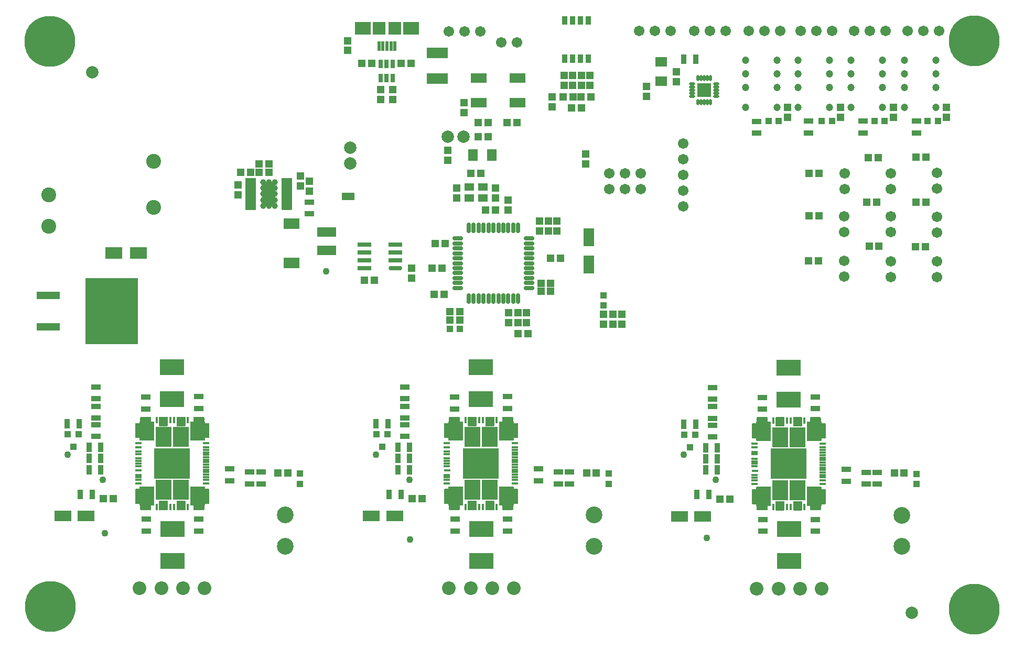
<source format=gts>
G04 Layer_Color=8388736*
%FSLAX44Y44*%
%MOMM*%
G71*
G01*
G75*
%ADD28C,1.1000*%
%ADD47C,1.0000*%
%ADD72R,1.5032X0.9032*%
%ADD73R,0.9632X1.4532*%
%ADD74R,1.0032X1.1032*%
%ADD75R,0.9032X1.5032*%
%ADD76R,1.1532X1.2032*%
%ADD77R,2.7032X1.8032*%
%ADD78R,3.9032X2.6532*%
%ADD79R,2.3032X2.3032*%
%ADD80O,1.0032X0.4532*%
%ADD81O,0.4532X1.0032*%
%ADD82R,1.2032X1.1532*%
%ADD83R,1.0032X1.0032*%
%ADD84R,1.8032X3.0032*%
%ADD85O,1.7032X0.7532*%
%ADD86O,0.7532X1.7032*%
%ADD87R,1.6032X1.9032*%
%ADD88R,1.0032X1.2032*%
%ADD89R,3.1532X1.6032*%
%ADD90R,2.6032X1.7032*%
%ADD91R,2.1000X3.7000*%
%ADD92R,1.7032X0.6532*%
G04:AMPARAMS|DCode=93|XSize=0.6532mm|YSize=1.7032mm|CornerRadius=0.2141mm|HoleSize=0mm|Usage=FLASHONLY|Rotation=270.000|XOffset=0mm|YOffset=0mm|HoleType=Round|Shape=RoundedRectangle|*
%AMROUNDEDRECTD93*
21,1,0.6532,1.2750,0,0,270.0*
21,1,0.2250,1.7032,0,0,270.0*
1,1,0.4282,-0.6375,-0.1125*
1,1,0.4282,-0.6375,0.1125*
1,1,0.4282,0.6375,0.1125*
1,1,0.4282,0.6375,-0.1125*
%
%ADD93ROUNDEDRECTD93*%
%ADD94R,8.5832X10.6932*%
%ADD95R,3.7072X1.2192*%
%ADD96R,2.7032X1.9032*%
%ADD97R,1.0032X1.0032*%
%ADD98R,1.9032X1.6032*%
%ADD99R,0.6032X1.6032*%
%ADD100R,2.0032X2.1032*%
%ADD101R,2.5032X2.1032*%
%ADD102R,2.1832X0.7332*%
%ADD103O,2.1832X0.7332*%
%ADD104R,0.9832X0.4032*%
%ADD105R,0.4032X0.9832*%
%ADD106R,5.8032X5.0032*%
%ADD107R,2.6032X3.3032*%
%ADD108R,2.5032X1.6032*%
%ADD109R,1.5032X1.2032*%
%ADD110R,3.4032X1.7032*%
%ADD111C,2.0000*%
%ADD112R,0.8032X1.4032*%
%ADD113C,2.0032*%
%ADD114C,1.7032*%
%ADD115C,8.2032*%
%ADD116C,2.7032*%
%ADD117C,2.2032*%
%ADD118C,2.4032*%
%ADD119C,1.2032*%
%ADD120C,1.0032*%
%ADD121C,0.8032*%
G36*
X298633Y244410D02*
X298764Y244384D01*
X298890Y244341D01*
X299009Y244282D01*
X299120Y244208D01*
X299220Y244120D01*
X299308Y244020D01*
X299382Y243909D01*
X299441Y243790D01*
X299483Y243664D01*
X299509Y243533D01*
X299518Y243400D01*
Y240518D01*
X305200Y240518D01*
X305333Y240509D01*
X305464Y240483D01*
X305590Y240441D01*
X305709Y240382D01*
X305820Y240308D01*
X305920Y240220D01*
X306008Y240120D01*
X306082Y240009D01*
X306141Y239890D01*
X306183Y239764D01*
X306209Y239633D01*
X306218Y239500D01*
Y217200D01*
X306209Y217067D01*
X306183Y216936D01*
X306141Y216810D01*
X306082Y216691D01*
X306008Y216580D01*
X305920Y216480D01*
X305820Y216392D01*
X305709Y216318D01*
X305590Y216259D01*
X305464Y216217D01*
X305333Y216191D01*
X305200Y216182D01*
X299618D01*
Y214500D01*
X299609Y214367D01*
X299583Y214237D01*
X299541Y214110D01*
X299482Y213991D01*
X299408Y213880D01*
X299320Y213780D01*
X299220Y213692D01*
X299109Y213618D01*
X298990Y213559D01*
X298864Y213517D01*
X298733Y213491D01*
X298600Y213482D01*
X298418D01*
Y207200D01*
X298409Y207067D01*
X298384Y206936D01*
X298341Y206810D01*
X298282Y206691D01*
X298208Y206580D01*
X298120Y206480D01*
X298020Y206392D01*
X297909Y206318D01*
X297790Y206259D01*
X297663Y206217D01*
X297533Y206190D01*
X297400Y206182D01*
X282100D01*
X281967Y206190D01*
X281836Y206217D01*
X281710Y206259D01*
X281591Y206318D01*
X281480Y206392D01*
X281380Y206480D01*
X281292Y206580D01*
X281218Y206691D01*
X281159Y206810D01*
X281117Y206936D01*
X281091Y207067D01*
X281082Y207200D01*
Y213482D01*
X276600D01*
X276467Y213491D01*
X276336Y213517D01*
X276210Y213559D01*
X276091Y213618D01*
X275980Y213692D01*
X275880Y213780D01*
X275792Y213880D01*
X275718Y213991D01*
X275659Y214110D01*
X275616Y214237D01*
X275590Y214367D01*
X275582Y214500D01*
Y243400D01*
X275590Y243533D01*
X275616Y243664D01*
X275659Y243790D01*
X275718Y243909D01*
X275792Y244020D01*
X275880Y244120D01*
X275980Y244208D01*
X276091Y244282D01*
X276210Y244341D01*
X276336Y244384D01*
X276467Y244410D01*
X276600Y244418D01*
X298500D01*
X298633Y244410D01*
D02*
G37*
G36*
X797293Y244410D02*
X797423Y244384D01*
X797550Y244341D01*
X797669Y244282D01*
X797780Y244208D01*
X797880Y244120D01*
X797968Y244020D01*
X798042Y243909D01*
X798101Y243790D01*
X798143Y243664D01*
X798169Y243533D01*
X798178Y243400D01*
Y240518D01*
X803860Y240518D01*
X803993Y240509D01*
X804124Y240483D01*
X804250Y240441D01*
X804369Y240382D01*
X804480Y240308D01*
X804580Y240220D01*
X804668Y240120D01*
X804742Y240009D01*
X804801Y239890D01*
X804843Y239764D01*
X804869Y239633D01*
X804878Y239500D01*
Y217200D01*
X804869Y217067D01*
X804843Y216936D01*
X804801Y216810D01*
X804742Y216691D01*
X804668Y216580D01*
X804580Y216480D01*
X804480Y216392D01*
X804369Y216318D01*
X804250Y216259D01*
X804124Y216217D01*
X803993Y216190D01*
X803860Y216182D01*
X798278D01*
Y214500D01*
X798269Y214367D01*
X798243Y214237D01*
X798201Y214110D01*
X798142Y213991D01*
X798068Y213880D01*
X797980Y213780D01*
X797880Y213692D01*
X797769Y213618D01*
X797650Y213559D01*
X797523Y213517D01*
X797393Y213491D01*
X797260Y213482D01*
X797078D01*
Y207200D01*
X797069Y207067D01*
X797043Y206936D01*
X797001Y206810D01*
X796942Y206691D01*
X796868Y206580D01*
X796780Y206480D01*
X796680Y206392D01*
X796569Y206318D01*
X796450Y206259D01*
X796323Y206217D01*
X796193Y206190D01*
X796060Y206182D01*
X780760D01*
X780627Y206190D01*
X780496Y206217D01*
X780370Y206259D01*
X780251Y206318D01*
X780140Y206392D01*
X780040Y206480D01*
X779952Y206580D01*
X779878Y206691D01*
X779819Y206810D01*
X779777Y206936D01*
X779751Y207067D01*
X779742Y207200D01*
Y213482D01*
X775260D01*
X775127Y213491D01*
X774996Y213517D01*
X774870Y213559D01*
X774751Y213618D01*
X774640Y213692D01*
X774540Y213780D01*
X774452Y213880D01*
X774378Y213991D01*
X774319Y214110D01*
X774277Y214237D01*
X774250Y214367D01*
X774242Y214500D01*
Y243400D01*
X774250Y243533D01*
X774277Y243664D01*
X774319Y243790D01*
X774378Y243909D01*
X774452Y244020D01*
X774540Y244120D01*
X774640Y244208D01*
X774751Y244282D01*
X774870Y244341D01*
X774996Y244384D01*
X775127Y244410D01*
X775260Y244418D01*
X797160D01*
X797293Y244410D01*
D02*
G37*
G36*
X267333Y221110D02*
X267463Y221084D01*
X267590Y221041D01*
X267709Y220982D01*
X267820Y220908D01*
X267920Y220820D01*
X268008Y220720D01*
X268082Y220609D01*
X268141Y220490D01*
X268183Y220364D01*
X268209Y220233D01*
X268218Y220100D01*
Y207100D01*
X268209Y206967D01*
X268183Y206836D01*
X268141Y206710D01*
X268082Y206591D01*
X268008Y206480D01*
X267920Y206380D01*
X267820Y206292D01*
X267709Y206218D01*
X267590Y206159D01*
X267463Y206117D01*
X267333Y206091D01*
X267200Y206082D01*
X254600D01*
X254467Y206091D01*
X254336Y206117D01*
X254210Y206159D01*
X254091Y206218D01*
X253980Y206292D01*
X253880Y206380D01*
X253792Y206480D01*
X253718Y206591D01*
X253659Y206710D01*
X253617Y206836D01*
X253591Y206967D01*
X253582Y207100D01*
Y220100D01*
X253591Y220233D01*
X253617Y220364D01*
X253659Y220490D01*
X253718Y220609D01*
X253792Y220720D01*
X253880Y220820D01*
X253980Y220908D01*
X254091Y220982D01*
X254210Y221041D01*
X254336Y221084D01*
X254467Y221110D01*
X254600Y221118D01*
X267200D01*
X267333Y221110D01*
D02*
G37*
G36*
X216933Y244410D02*
X217064Y244384D01*
X217190Y244341D01*
X217309Y244282D01*
X217420Y244208D01*
X217520Y244120D01*
X217608Y244020D01*
X217682Y243909D01*
X217741Y243790D01*
X217784Y243664D01*
X217810Y243533D01*
X217818Y243400D01*
Y214500D01*
X217810Y214367D01*
X217784Y214237D01*
X217741Y214110D01*
X217682Y213991D01*
X217608Y213880D01*
X217520Y213780D01*
X217420Y213692D01*
X217309Y213618D01*
X217190Y213559D01*
X217064Y213517D01*
X216933Y213491D01*
X216800Y213482D01*
X212318D01*
Y207200D01*
X212309Y207067D01*
X212283Y206936D01*
X212241Y206810D01*
X212182Y206691D01*
X212108Y206580D01*
X212020Y206480D01*
X211920Y206392D01*
X211809Y206318D01*
X211690Y206259D01*
X211563Y206217D01*
X211433Y206190D01*
X211300Y206182D01*
X196000D01*
X195867Y206190D01*
X195737Y206217D01*
X195610Y206259D01*
X195491Y206318D01*
X195380Y206392D01*
X195280Y206480D01*
X195192Y206580D01*
X195118Y206691D01*
X195059Y206810D01*
X195016Y206936D01*
X194991Y207067D01*
X194982Y207200D01*
Y213482D01*
X194800D01*
X194667Y213491D01*
X194536Y213517D01*
X194410Y213559D01*
X194291Y213618D01*
X194180Y213692D01*
X194080Y213780D01*
X193992Y213880D01*
X193918Y213991D01*
X193859Y214110D01*
X193817Y214237D01*
X193790Y214367D01*
X193782Y214500D01*
Y216182D01*
X188200Y216182D01*
X188067Y216191D01*
X187936Y216217D01*
X187810Y216259D01*
X187691Y216318D01*
X187580Y216392D01*
X187480Y216480D01*
X187392Y216580D01*
X187318Y216691D01*
X187259Y216810D01*
X187216Y216936D01*
X187190Y217067D01*
X187182Y217200D01*
Y239500D01*
X187190Y239633D01*
X187216Y239764D01*
X187259Y239890D01*
X187318Y240009D01*
X187392Y240120D01*
X187480Y240220D01*
X187580Y240308D01*
X187691Y240382D01*
X187810Y240441D01*
X187936Y240484D01*
X188067Y240510D01*
X188200Y240518D01*
X193882Y240518D01*
Y243400D01*
X193890Y243533D01*
X193916Y243664D01*
X193959Y243790D01*
X194018Y243909D01*
X194092Y244020D01*
X194180Y244120D01*
X194280Y244208D01*
X194391Y244282D01*
X194510Y244341D01*
X194636Y244384D01*
X194767Y244410D01*
X194900Y244418D01*
X216800D01*
X216933Y244410D01*
D02*
G37*
G36*
X715593Y244410D02*
X715723Y244384D01*
X715850Y244341D01*
X715969Y244282D01*
X716080Y244208D01*
X716180Y244120D01*
X716268Y244020D01*
X716342Y243909D01*
X716401Y243790D01*
X716443Y243664D01*
X716469Y243533D01*
X716478Y243400D01*
Y214500D01*
X716469Y214367D01*
X716443Y214237D01*
X716401Y214110D01*
X716342Y213991D01*
X716268Y213880D01*
X716180Y213780D01*
X716080Y213692D01*
X715969Y213618D01*
X715850Y213559D01*
X715723Y213517D01*
X715593Y213491D01*
X715460Y213482D01*
X710978D01*
Y207200D01*
X710969Y207067D01*
X710944Y206936D01*
X710901Y206810D01*
X710842Y206691D01*
X710768Y206580D01*
X710680Y206480D01*
X710580Y206392D01*
X710469Y206318D01*
X710350Y206259D01*
X710223Y206217D01*
X710093Y206190D01*
X709960Y206182D01*
X694660D01*
X694527Y206190D01*
X694397Y206217D01*
X694270Y206259D01*
X694151Y206318D01*
X694040Y206392D01*
X693940Y206480D01*
X693852Y206580D01*
X693778Y206691D01*
X693719Y206810D01*
X693677Y206936D01*
X693651Y207067D01*
X693642Y207200D01*
Y213482D01*
X693460D01*
X693327Y213491D01*
X693196Y213517D01*
X693070Y213559D01*
X692951Y213618D01*
X692840Y213692D01*
X692740Y213780D01*
X692652Y213880D01*
X692578Y213991D01*
X692519Y214110D01*
X692477Y214237D01*
X692450Y214367D01*
X692442Y214500D01*
Y216182D01*
X686860Y216182D01*
X686727Y216191D01*
X686596Y216217D01*
X686470Y216259D01*
X686351Y216318D01*
X686240Y216392D01*
X686140Y216480D01*
X686052Y216580D01*
X685978Y216691D01*
X685919Y216810D01*
X685876Y216936D01*
X685851Y217067D01*
X685842Y217200D01*
Y239500D01*
X685851Y239633D01*
X685876Y239764D01*
X685919Y239890D01*
X685978Y240009D01*
X686052Y240120D01*
X686140Y240220D01*
X686240Y240308D01*
X686351Y240382D01*
X686470Y240441D01*
X686596Y240484D01*
X686727Y240510D01*
X686860Y240518D01*
X692542Y240518D01*
Y243400D01*
X692551Y243533D01*
X692577Y243664D01*
X692619Y243790D01*
X692678Y243909D01*
X692752Y244020D01*
X692840Y244120D01*
X692940Y244208D01*
X693051Y244282D01*
X693170Y244341D01*
X693297Y244384D01*
X693427Y244410D01*
X693560Y244418D01*
X715460D01*
X715593Y244410D01*
D02*
G37*
G36*
X1212593Y243909D02*
X1212723Y243883D01*
X1212850Y243841D01*
X1212969Y243782D01*
X1213080Y243708D01*
X1213180Y243620D01*
X1213268Y243520D01*
X1213342Y243409D01*
X1213401Y243290D01*
X1213444Y243164D01*
X1213469Y243033D01*
X1213478Y242900D01*
Y214000D01*
X1213469Y213867D01*
X1213444Y213736D01*
X1213401Y213610D01*
X1213342Y213491D01*
X1213268Y213380D01*
X1213180Y213280D01*
X1213080Y213192D01*
X1212969Y213118D01*
X1212850Y213059D01*
X1212723Y213016D01*
X1212593Y212990D01*
X1212460Y212982D01*
X1207978D01*
Y206700D01*
X1207970Y206567D01*
X1207943Y206437D01*
X1207901Y206310D01*
X1207842Y206191D01*
X1207768Y206080D01*
X1207680Y205980D01*
X1207580Y205892D01*
X1207469Y205818D01*
X1207350Y205759D01*
X1207224Y205716D01*
X1207093Y205690D01*
X1206960Y205682D01*
X1191660D01*
X1191527Y205690D01*
X1191396Y205716D01*
X1191270Y205759D01*
X1191151Y205818D01*
X1191040Y205892D01*
X1190940Y205980D01*
X1190852Y206080D01*
X1190778Y206191D01*
X1190719Y206310D01*
X1190676Y206437D01*
X1190650Y206567D01*
X1190642Y206700D01*
Y212982D01*
X1190460D01*
X1190327Y212990D01*
X1190197Y213016D01*
X1190070Y213059D01*
X1189951Y213118D01*
X1189840Y213192D01*
X1189740Y213280D01*
X1189652Y213380D01*
X1189578Y213491D01*
X1189519Y213610D01*
X1189476Y213736D01*
X1189451Y213867D01*
X1189442Y214000D01*
Y215682D01*
X1183860Y215682D01*
X1183727Y215691D01*
X1183596Y215717D01*
X1183470Y215759D01*
X1183351Y215818D01*
X1183240Y215892D01*
X1183140Y215980D01*
X1183052Y216080D01*
X1182978Y216191D01*
X1182919Y216310D01*
X1182877Y216437D01*
X1182850Y216567D01*
X1182842Y216700D01*
Y239000D01*
X1182850Y239133D01*
X1182877Y239264D01*
X1182919Y239390D01*
X1182978Y239509D01*
X1183052Y239620D01*
X1183140Y239720D01*
X1183240Y239808D01*
X1183351Y239882D01*
X1183470Y239941D01*
X1183596Y239984D01*
X1183727Y240010D01*
X1183860Y240018D01*
X1189542Y240018D01*
Y242900D01*
X1189550Y243033D01*
X1189576Y243164D01*
X1189619Y243290D01*
X1189678Y243409D01*
X1189752Y243520D01*
X1189840Y243620D01*
X1189940Y243708D01*
X1190051Y243782D01*
X1190170Y243841D01*
X1190296Y243883D01*
X1190427Y243909D01*
X1190560Y243918D01*
X1212460D01*
X1212593Y243909D01*
D02*
G37*
G36*
X1294293D02*
X1294424Y243883D01*
X1294550Y243841D01*
X1294669Y243782D01*
X1294780Y243708D01*
X1294880Y243620D01*
X1294968Y243520D01*
X1295042Y243409D01*
X1295101Y243290D01*
X1295143Y243164D01*
X1295169Y243033D01*
X1295178Y242900D01*
Y240018D01*
X1300860Y240018D01*
X1300993Y240009D01*
X1301124Y239984D01*
X1301250Y239941D01*
X1301369Y239882D01*
X1301480Y239808D01*
X1301580Y239720D01*
X1301668Y239620D01*
X1301742Y239509D01*
X1301801Y239390D01*
X1301843Y239264D01*
X1301869Y239133D01*
X1301878Y239000D01*
Y216700D01*
X1301869Y216567D01*
X1301843Y216437D01*
X1301801Y216310D01*
X1301742Y216191D01*
X1301668Y216080D01*
X1301580Y215980D01*
X1301480Y215892D01*
X1301369Y215818D01*
X1301250Y215759D01*
X1301124Y215716D01*
X1300993Y215690D01*
X1300860Y215682D01*
X1295278D01*
Y214000D01*
X1295269Y213867D01*
X1295243Y213736D01*
X1295201Y213610D01*
X1295142Y213491D01*
X1295068Y213380D01*
X1294980Y213280D01*
X1294880Y213192D01*
X1294769Y213118D01*
X1294650Y213059D01*
X1294523Y213016D01*
X1294393Y212990D01*
X1294260Y212982D01*
X1294078D01*
Y206700D01*
X1294069Y206567D01*
X1294043Y206437D01*
X1294001Y206310D01*
X1293942Y206191D01*
X1293868Y206080D01*
X1293780Y205980D01*
X1293680Y205892D01*
X1293569Y205818D01*
X1293450Y205759D01*
X1293324Y205716D01*
X1293193Y205690D01*
X1293060Y205682D01*
X1277760D01*
X1277627Y205690D01*
X1277496Y205716D01*
X1277370Y205759D01*
X1277251Y205818D01*
X1277140Y205892D01*
X1277040Y205980D01*
X1276952Y206080D01*
X1276878Y206191D01*
X1276819Y206310D01*
X1276777Y206437D01*
X1276750Y206567D01*
X1276742Y206700D01*
Y212982D01*
X1272260D01*
X1272127Y212990D01*
X1271996Y213016D01*
X1271870Y213059D01*
X1271751Y213118D01*
X1271640Y213192D01*
X1271540Y213280D01*
X1271452Y213380D01*
X1271378Y213491D01*
X1271319Y213610D01*
X1271276Y213736D01*
X1271251Y213867D01*
X1271242Y214000D01*
Y242900D01*
X1271251Y243033D01*
X1271276Y243164D01*
X1271319Y243290D01*
X1271378Y243409D01*
X1271452Y243520D01*
X1271540Y243620D01*
X1271640Y243708D01*
X1271751Y243782D01*
X1271870Y243841D01*
X1271996Y243883D01*
X1272127Y243909D01*
X1272260Y243918D01*
X1294160D01*
X1294293Y243909D01*
D02*
G37*
G36*
X1262993Y220609D02*
X1263123Y220583D01*
X1263250Y220541D01*
X1263369Y220482D01*
X1263480Y220408D01*
X1263580Y220320D01*
X1263668Y220220D01*
X1263742Y220109D01*
X1263801Y219990D01*
X1263843Y219863D01*
X1263869Y219733D01*
X1263878Y219600D01*
Y206600D01*
X1263869Y206467D01*
X1263843Y206336D01*
X1263801Y206210D01*
X1263742Y206091D01*
X1263668Y205980D01*
X1263580Y205880D01*
X1263480Y205792D01*
X1263369Y205718D01*
X1263250Y205659D01*
X1263123Y205616D01*
X1262993Y205590D01*
X1262860Y205582D01*
X1250260D01*
X1250127Y205590D01*
X1249996Y205616D01*
X1249870Y205659D01*
X1249751Y205718D01*
X1249640Y205792D01*
X1249540Y205880D01*
X1249452Y205980D01*
X1249378Y206091D01*
X1249319Y206210D01*
X1249277Y206336D01*
X1249250Y206467D01*
X1249242Y206600D01*
Y219600D01*
X1249250Y219733D01*
X1249277Y219863D01*
X1249319Y219990D01*
X1249378Y220109D01*
X1249452Y220220D01*
X1249540Y220320D01*
X1249640Y220408D01*
X1249751Y220482D01*
X1249870Y220541D01*
X1249996Y220583D01*
X1250127Y220609D01*
X1250260Y220618D01*
X1262860D01*
X1262993Y220609D01*
D02*
G37*
G36*
X1234593D02*
X1234724Y220583D01*
X1234850Y220541D01*
X1234969Y220482D01*
X1235080Y220408D01*
X1235180Y220320D01*
X1235268Y220220D01*
X1235342Y220109D01*
X1235401Y219990D01*
X1235443Y219863D01*
X1235469Y219733D01*
X1235478Y219600D01*
Y206600D01*
X1235469Y206467D01*
X1235443Y206336D01*
X1235401Y206210D01*
X1235342Y206091D01*
X1235268Y205980D01*
X1235180Y205880D01*
X1235080Y205792D01*
X1234969Y205718D01*
X1234850Y205659D01*
X1234724Y205616D01*
X1234593Y205590D01*
X1234460Y205582D01*
X1221860D01*
X1221727Y205590D01*
X1221597Y205616D01*
X1221470Y205659D01*
X1221351Y205718D01*
X1221240Y205792D01*
X1221140Y205880D01*
X1221052Y205980D01*
X1220978Y206091D01*
X1220919Y206210D01*
X1220876Y206336D01*
X1220851Y206467D01*
X1220842Y206600D01*
Y219600D01*
X1220851Y219733D01*
X1220876Y219863D01*
X1220919Y219990D01*
X1220978Y220109D01*
X1221052Y220220D01*
X1221140Y220320D01*
X1221240Y220408D01*
X1221351Y220482D01*
X1221470Y220541D01*
X1221597Y220583D01*
X1221727Y220609D01*
X1221860Y220618D01*
X1234460D01*
X1234593Y220609D01*
D02*
G37*
G36*
X238933Y221110D02*
X239063Y221084D01*
X239190Y221041D01*
X239309Y220982D01*
X239420Y220908D01*
X239520Y220820D01*
X239608Y220720D01*
X239682Y220609D01*
X239741Y220490D01*
X239783Y220364D01*
X239809Y220233D01*
X239818Y220100D01*
Y207100D01*
X239809Y206967D01*
X239783Y206836D01*
X239741Y206710D01*
X239682Y206591D01*
X239608Y206480D01*
X239520Y206380D01*
X239420Y206292D01*
X239309Y206218D01*
X239190Y206159D01*
X239063Y206117D01*
X238933Y206091D01*
X238800Y206082D01*
X226200D01*
X226067Y206091D01*
X225937Y206117D01*
X225810Y206159D01*
X225691Y206218D01*
X225580Y206292D01*
X225480Y206380D01*
X225392Y206480D01*
X225318Y206591D01*
X225259Y206710D01*
X225217Y206836D01*
X225191Y206967D01*
X225182Y207100D01*
Y220100D01*
X225191Y220233D01*
X225217Y220364D01*
X225259Y220490D01*
X225318Y220609D01*
X225392Y220720D01*
X225480Y220820D01*
X225580Y220908D01*
X225691Y220982D01*
X225810Y221041D01*
X225937Y221084D01*
X226067Y221110D01*
X226200Y221118D01*
X238800D01*
X238933Y221110D01*
D02*
G37*
G36*
X765993Y221110D02*
X766124Y221084D01*
X766250Y221041D01*
X766369Y220982D01*
X766480Y220908D01*
X766580Y220820D01*
X766668Y220720D01*
X766742Y220609D01*
X766801Y220490D01*
X766843Y220364D01*
X766869Y220233D01*
X766878Y220100D01*
Y207100D01*
X766869Y206967D01*
X766843Y206836D01*
X766801Y206710D01*
X766742Y206591D01*
X766668Y206480D01*
X766580Y206380D01*
X766480Y206292D01*
X766369Y206218D01*
X766250Y206159D01*
X766124Y206117D01*
X765993Y206091D01*
X765860Y206082D01*
X753260D01*
X753127Y206091D01*
X752997Y206117D01*
X752870Y206159D01*
X752751Y206218D01*
X752640Y206292D01*
X752540Y206380D01*
X752452Y206480D01*
X752378Y206591D01*
X752319Y206710D01*
X752277Y206836D01*
X752251Y206967D01*
X752242Y207100D01*
Y220100D01*
X752251Y220233D01*
X752277Y220364D01*
X752319Y220490D01*
X752378Y220609D01*
X752452Y220720D01*
X752540Y220820D01*
X752640Y220908D01*
X752751Y220982D01*
X752870Y221041D01*
X752997Y221084D01*
X753127Y221110D01*
X753260Y221118D01*
X765860D01*
X765993Y221110D01*
D02*
G37*
G36*
X737593D02*
X737723Y221084D01*
X737850Y221041D01*
X737969Y220982D01*
X738080Y220908D01*
X738180Y220820D01*
X738268Y220720D01*
X738342Y220609D01*
X738401Y220490D01*
X738444Y220364D01*
X738469Y220233D01*
X738478Y220100D01*
Y207100D01*
X738469Y206967D01*
X738444Y206836D01*
X738401Y206710D01*
X738342Y206591D01*
X738268Y206480D01*
X738180Y206380D01*
X738080Y206292D01*
X737969Y206218D01*
X737850Y206159D01*
X737723Y206117D01*
X737593Y206091D01*
X737460Y206082D01*
X724860D01*
X724727Y206091D01*
X724596Y206117D01*
X724470Y206159D01*
X724351Y206218D01*
X724240Y206292D01*
X724140Y206380D01*
X724052Y206480D01*
X723978Y206591D01*
X723919Y206710D01*
X723876Y206836D01*
X723850Y206967D01*
X723842Y207100D01*
Y220100D01*
X723850Y220233D01*
X723876Y220364D01*
X723919Y220490D01*
X723978Y220609D01*
X724052Y220720D01*
X724140Y220820D01*
X724240Y220908D01*
X724351Y220982D01*
X724470Y221041D01*
X724596Y221084D01*
X724727Y221110D01*
X724860Y221118D01*
X737460D01*
X737593Y221110D01*
D02*
G37*
G36*
X737593Y356909D02*
X737723Y356884D01*
X737850Y356841D01*
X737969Y356782D01*
X738080Y356708D01*
X738180Y356620D01*
X738268Y356520D01*
X738342Y356409D01*
X738401Y356290D01*
X738443Y356163D01*
X738469Y356033D01*
X738478Y355900D01*
Y342900D01*
X738469Y342767D01*
X738443Y342636D01*
X738401Y342510D01*
X738342Y342391D01*
X738268Y342280D01*
X738180Y342180D01*
X738080Y342092D01*
X737969Y342018D01*
X737850Y341959D01*
X737723Y341917D01*
X737593Y341890D01*
X737460Y341882D01*
X724860D01*
X724727Y341890D01*
X724596Y341917D01*
X724470Y341959D01*
X724351Y342018D01*
X724240Y342092D01*
X724140Y342180D01*
X724052Y342280D01*
X723978Y342391D01*
X723919Y342510D01*
X723876Y342636D01*
X723850Y342767D01*
X723842Y342900D01*
Y355900D01*
X723850Y356033D01*
X723876Y356163D01*
X723919Y356290D01*
X723978Y356409D01*
X724052Y356520D01*
X724140Y356620D01*
X724240Y356708D01*
X724351Y356782D01*
X724470Y356841D01*
X724596Y356884D01*
X724727Y356909D01*
X724860Y356918D01*
X737460D01*
X737593Y356909D01*
D02*
G37*
G36*
X1262993Y356409D02*
X1263123Y356384D01*
X1263250Y356341D01*
X1263369Y356282D01*
X1263480Y356208D01*
X1263580Y356120D01*
X1263668Y356020D01*
X1263742Y355909D01*
X1263801Y355790D01*
X1263843Y355663D01*
X1263869Y355533D01*
X1263878Y355400D01*
Y342400D01*
X1263869Y342267D01*
X1263843Y342136D01*
X1263801Y342010D01*
X1263742Y341891D01*
X1263668Y341780D01*
X1263580Y341680D01*
X1263480Y341592D01*
X1263369Y341518D01*
X1263250Y341459D01*
X1263123Y341417D01*
X1262993Y341390D01*
X1262860Y341382D01*
X1250260D01*
X1250127Y341390D01*
X1249996Y341417D01*
X1249870Y341459D01*
X1249751Y341518D01*
X1249640Y341592D01*
X1249540Y341680D01*
X1249452Y341780D01*
X1249378Y341891D01*
X1249319Y342010D01*
X1249277Y342136D01*
X1249250Y342267D01*
X1249242Y342400D01*
Y355400D01*
X1249250Y355533D01*
X1249277Y355663D01*
X1249319Y355790D01*
X1249378Y355909D01*
X1249452Y356020D01*
X1249540Y356120D01*
X1249640Y356208D01*
X1249751Y356282D01*
X1249870Y356341D01*
X1249996Y356384D01*
X1250127Y356409D01*
X1250260Y356418D01*
X1262860D01*
X1262993Y356409D01*
D02*
G37*
G36*
X1234593Y356409D02*
X1234724Y356384D01*
X1234850Y356341D01*
X1234969Y356282D01*
X1235080Y356208D01*
X1235180Y356120D01*
X1235268Y356020D01*
X1235342Y355909D01*
X1235401Y355790D01*
X1235443Y355663D01*
X1235469Y355533D01*
X1235478Y355400D01*
Y342400D01*
X1235469Y342267D01*
X1235443Y342136D01*
X1235401Y342010D01*
X1235342Y341891D01*
X1235268Y341780D01*
X1235180Y341680D01*
X1235080Y341592D01*
X1234969Y341518D01*
X1234850Y341459D01*
X1234724Y341417D01*
X1234593Y341390D01*
X1234460Y341382D01*
X1221860D01*
X1221727Y341390D01*
X1221596Y341417D01*
X1221470Y341459D01*
X1221351Y341518D01*
X1221240Y341592D01*
X1221140Y341680D01*
X1221052Y341780D01*
X1220978Y341891D01*
X1220919Y342010D01*
X1220876Y342136D01*
X1220851Y342267D01*
X1220842Y342400D01*
Y355400D01*
X1220851Y355533D01*
X1220876Y355663D01*
X1220919Y355790D01*
X1220978Y355909D01*
X1221052Y356020D01*
X1221140Y356120D01*
X1221240Y356208D01*
X1221351Y356282D01*
X1221470Y356341D01*
X1221596Y356384D01*
X1221727Y356409D01*
X1221860Y356418D01*
X1234460D01*
X1234593Y356409D01*
D02*
G37*
G36*
X267333Y356909D02*
X267463Y356884D01*
X267590Y356841D01*
X267709Y356782D01*
X267820Y356708D01*
X267920Y356620D01*
X268008Y356520D01*
X268082Y356409D01*
X268141Y356290D01*
X268183Y356163D01*
X268209Y356033D01*
X268218Y355900D01*
Y342900D01*
X268209Y342767D01*
X268183Y342636D01*
X268141Y342510D01*
X268082Y342391D01*
X268008Y342280D01*
X267920Y342180D01*
X267820Y342092D01*
X267709Y342018D01*
X267590Y341959D01*
X267463Y341917D01*
X267333Y341891D01*
X267200Y341882D01*
X254600D01*
X254467Y341891D01*
X254336Y341917D01*
X254210Y341959D01*
X254091Y342018D01*
X253980Y342092D01*
X253880Y342180D01*
X253792Y342280D01*
X253718Y342391D01*
X253659Y342510D01*
X253617Y342636D01*
X253591Y342767D01*
X253582Y342900D01*
Y355900D01*
X253591Y356033D01*
X253617Y356163D01*
X253659Y356290D01*
X253718Y356409D01*
X253792Y356520D01*
X253880Y356620D01*
X253980Y356708D01*
X254091Y356782D01*
X254210Y356841D01*
X254336Y356884D01*
X254467Y356909D01*
X254600Y356918D01*
X267200D01*
X267333Y356909D01*
D02*
G37*
G36*
X765993Y356909D02*
X766124Y356884D01*
X766250Y356841D01*
X766369Y356782D01*
X766480Y356708D01*
X766580Y356620D01*
X766668Y356520D01*
X766742Y356409D01*
X766801Y356290D01*
X766843Y356163D01*
X766869Y356033D01*
X766878Y355900D01*
Y342900D01*
X766869Y342767D01*
X766843Y342636D01*
X766801Y342510D01*
X766742Y342391D01*
X766668Y342280D01*
X766580Y342180D01*
X766480Y342092D01*
X766369Y342018D01*
X766250Y341959D01*
X766124Y341917D01*
X765993Y341890D01*
X765860Y341882D01*
X753260D01*
X753127Y341890D01*
X752997Y341917D01*
X752870Y341959D01*
X752751Y342018D01*
X752640Y342092D01*
X752540Y342180D01*
X752452Y342280D01*
X752378Y342391D01*
X752319Y342510D01*
X752277Y342636D01*
X752251Y342767D01*
X752242Y342900D01*
Y355900D01*
X752251Y356033D01*
X752277Y356163D01*
X752319Y356290D01*
X752378Y356409D01*
X752452Y356520D01*
X752540Y356620D01*
X752640Y356708D01*
X752751Y356782D01*
X752870Y356841D01*
X752997Y356884D01*
X753127Y356909D01*
X753260Y356918D01*
X765860D01*
X765993Y356909D01*
D02*
G37*
G36*
X238933D02*
X239063Y356884D01*
X239190Y356841D01*
X239309Y356782D01*
X239420Y356708D01*
X239520Y356620D01*
X239608Y356520D01*
X239682Y356409D01*
X239741Y356290D01*
X239783Y356163D01*
X239809Y356033D01*
X239818Y355900D01*
Y342900D01*
X239809Y342767D01*
X239783Y342636D01*
X239741Y342510D01*
X239682Y342391D01*
X239608Y342280D01*
X239520Y342180D01*
X239420Y342092D01*
X239309Y342018D01*
X239190Y341959D01*
X239063Y341917D01*
X238933Y341890D01*
X238800Y341882D01*
X226200D01*
X226067Y341890D01*
X225937Y341917D01*
X225810Y341959D01*
X225691Y342018D01*
X225580Y342092D01*
X225480Y342180D01*
X225392Y342280D01*
X225318Y342391D01*
X225259Y342510D01*
X225217Y342636D01*
X225191Y342767D01*
X225182Y342900D01*
Y355900D01*
X225191Y356033D01*
X225217Y356163D01*
X225259Y356290D01*
X225318Y356409D01*
X225392Y356520D01*
X225480Y356620D01*
X225580Y356708D01*
X225691Y356782D01*
X225810Y356841D01*
X225937Y356884D01*
X226067Y356909D01*
X226200Y356918D01*
X238800D01*
X238933Y356909D01*
D02*
G37*
G36*
X710093Y356810D02*
X710223Y356783D01*
X710350Y356741D01*
X710469Y356682D01*
X710580Y356608D01*
X710680Y356520D01*
X710768Y356420D01*
X710842Y356309D01*
X710901Y356190D01*
X710944Y356063D01*
X710969Y355933D01*
X710978Y355800D01*
Y349518D01*
X715460D01*
X715593Y349510D01*
X715723Y349483D01*
X715850Y349441D01*
X715969Y349382D01*
X716080Y349308D01*
X716180Y349220D01*
X716268Y349120D01*
X716342Y349009D01*
X716401Y348890D01*
X716443Y348764D01*
X716469Y348633D01*
X716478Y348500D01*
Y319600D01*
X716469Y319467D01*
X716443Y319336D01*
X716401Y319210D01*
X716342Y319091D01*
X716268Y318980D01*
X716180Y318880D01*
X716080Y318792D01*
X715969Y318718D01*
X715850Y318659D01*
X715723Y318617D01*
X715593Y318591D01*
X715460Y318582D01*
X693560D01*
X693427Y318591D01*
X693297Y318617D01*
X693170Y318659D01*
X693051Y318718D01*
X692940Y318792D01*
X692840Y318880D01*
X692752Y318980D01*
X692678Y319091D01*
X692619Y319210D01*
X692577Y319336D01*
X692551Y319467D01*
X692542Y319600D01*
Y322482D01*
X686860Y322482D01*
X686727Y322491D01*
X686597Y322517D01*
X686470Y322559D01*
X686351Y322618D01*
X686240Y322692D01*
X686140Y322780D01*
X686052Y322880D01*
X685978Y322991D01*
X685919Y323110D01*
X685876Y323236D01*
X685851Y323367D01*
X685842Y323500D01*
Y345800D01*
X685851Y345933D01*
X685876Y346063D01*
X685919Y346190D01*
X685978Y346309D01*
X686052Y346420D01*
X686140Y346520D01*
X686240Y346608D01*
X686351Y346682D01*
X686470Y346741D01*
X686597Y346783D01*
X686727Y346810D01*
X686860Y346818D01*
X692442D01*
Y348500D01*
X692450Y348633D01*
X692477Y348764D01*
X692519Y348890D01*
X692578Y349009D01*
X692652Y349120D01*
X692740Y349220D01*
X692840Y349308D01*
X692951Y349382D01*
X693070Y349441D01*
X693196Y349483D01*
X693327Y349510D01*
X693460Y349518D01*
X693642D01*
Y355800D01*
X693651Y355933D01*
X693677Y356063D01*
X693719Y356190D01*
X693778Y356309D01*
X693852Y356420D01*
X693940Y356520D01*
X694040Y356608D01*
X694151Y356682D01*
X694270Y356741D01*
X694397Y356783D01*
X694527Y356810D01*
X694660Y356818D01*
X709960D01*
X710093Y356810D01*
D02*
G37*
G36*
X1293193Y356310D02*
X1293324Y356283D01*
X1293450Y356241D01*
X1293569Y356182D01*
X1293680Y356108D01*
X1293780Y356020D01*
X1293868Y355920D01*
X1293942Y355809D01*
X1294001Y355690D01*
X1294043Y355564D01*
X1294069Y355433D01*
X1294078Y355300D01*
Y349018D01*
X1294260D01*
X1294393Y349010D01*
X1294523Y348983D01*
X1294650Y348941D01*
X1294769Y348882D01*
X1294880Y348808D01*
X1294980Y348720D01*
X1295068Y348620D01*
X1295142Y348509D01*
X1295201Y348390D01*
X1295243Y348264D01*
X1295269Y348133D01*
X1295278Y348000D01*
Y346318D01*
X1300860D01*
X1300993Y346310D01*
X1301124Y346283D01*
X1301250Y346241D01*
X1301369Y346182D01*
X1301480Y346108D01*
X1301580Y346020D01*
X1301668Y345920D01*
X1301742Y345809D01*
X1301801Y345690D01*
X1301843Y345564D01*
X1301869Y345433D01*
X1301878Y345300D01*
Y323000D01*
X1301869Y322867D01*
X1301843Y322737D01*
X1301801Y322610D01*
X1301742Y322491D01*
X1301668Y322380D01*
X1301580Y322280D01*
X1301480Y322192D01*
X1301369Y322118D01*
X1301250Y322059D01*
X1301124Y322016D01*
X1300993Y321991D01*
X1300860Y321982D01*
X1295178D01*
Y319100D01*
X1295169Y318967D01*
X1295143Y318836D01*
X1295101Y318710D01*
X1295042Y318591D01*
X1294968Y318480D01*
X1294880Y318380D01*
X1294780Y318292D01*
X1294669Y318218D01*
X1294550Y318159D01*
X1294424Y318116D01*
X1294293Y318090D01*
X1294160Y318082D01*
X1272260D01*
X1272127Y318090D01*
X1271996Y318116D01*
X1271870Y318159D01*
X1271751Y318218D01*
X1271640Y318292D01*
X1271540Y318380D01*
X1271452Y318480D01*
X1271378Y318591D01*
X1271319Y318710D01*
X1271276Y318836D01*
X1271251Y318967D01*
X1271242Y319100D01*
Y348000D01*
X1271251Y348133D01*
X1271276Y348264D01*
X1271319Y348390D01*
X1271378Y348509D01*
X1271452Y348620D01*
X1271540Y348720D01*
X1271640Y348808D01*
X1271751Y348882D01*
X1271870Y348941D01*
X1271996Y348983D01*
X1272127Y349010D01*
X1272260Y349018D01*
X1276742D01*
Y355300D01*
X1276750Y355433D01*
X1276777Y355564D01*
X1276819Y355690D01*
X1276878Y355809D01*
X1276952Y355920D01*
X1277040Y356020D01*
X1277140Y356108D01*
X1277251Y356182D01*
X1277370Y356241D01*
X1277496Y356283D01*
X1277627Y356310D01*
X1277760Y356318D01*
X1293060D01*
X1293193Y356310D01*
D02*
G37*
G36*
X1207093D02*
X1207224Y356283D01*
X1207350Y356241D01*
X1207469Y356182D01*
X1207580Y356108D01*
X1207680Y356020D01*
X1207768Y355920D01*
X1207842Y355809D01*
X1207901Y355690D01*
X1207943Y355564D01*
X1207970Y355433D01*
X1207978Y355300D01*
Y349018D01*
X1212460D01*
X1212593Y349010D01*
X1212723Y348983D01*
X1212850Y348941D01*
X1212969Y348882D01*
X1213080Y348808D01*
X1213180Y348720D01*
X1213268Y348620D01*
X1213342Y348509D01*
X1213401Y348390D01*
X1213444Y348264D01*
X1213469Y348133D01*
X1213478Y348000D01*
Y319100D01*
X1213469Y318967D01*
X1213444Y318836D01*
X1213401Y318710D01*
X1213342Y318591D01*
X1213268Y318480D01*
X1213180Y318380D01*
X1213080Y318292D01*
X1212969Y318218D01*
X1212850Y318159D01*
X1212723Y318116D01*
X1212593Y318090D01*
X1212460Y318082D01*
X1190560D01*
X1190427Y318090D01*
X1190296Y318116D01*
X1190170Y318159D01*
X1190051Y318218D01*
X1189940Y318292D01*
X1189840Y318380D01*
X1189752Y318480D01*
X1189678Y318591D01*
X1189619Y318710D01*
X1189576Y318836D01*
X1189550Y318967D01*
X1189542Y319100D01*
Y321982D01*
X1183860Y321982D01*
X1183727Y321991D01*
X1183596Y322016D01*
X1183470Y322059D01*
X1183351Y322118D01*
X1183240Y322192D01*
X1183140Y322280D01*
X1183052Y322380D01*
X1182978Y322491D01*
X1182919Y322610D01*
X1182877Y322736D01*
X1182850Y322867D01*
X1182842Y323000D01*
Y345300D01*
X1182850Y345433D01*
X1182877Y345564D01*
X1182919Y345690D01*
X1182978Y345809D01*
X1183052Y345920D01*
X1183140Y346020D01*
X1183240Y346108D01*
X1183351Y346182D01*
X1183470Y346241D01*
X1183596Y346283D01*
X1183727Y346310D01*
X1183860Y346318D01*
X1189442D01*
Y348000D01*
X1189451Y348133D01*
X1189476Y348264D01*
X1189519Y348390D01*
X1189578Y348509D01*
X1189652Y348620D01*
X1189740Y348720D01*
X1189840Y348808D01*
X1189951Y348882D01*
X1190070Y348941D01*
X1190197Y348983D01*
X1190327Y349010D01*
X1190460Y349018D01*
X1190642D01*
Y355300D01*
X1190650Y355433D01*
X1190676Y355564D01*
X1190719Y355690D01*
X1190778Y355809D01*
X1190852Y355920D01*
X1190940Y356020D01*
X1191040Y356108D01*
X1191151Y356182D01*
X1191270Y356241D01*
X1191396Y356283D01*
X1191527Y356310D01*
X1191660Y356318D01*
X1206960D01*
X1207093Y356310D01*
D02*
G37*
G36*
X297533Y356810D02*
X297663Y356783D01*
X297790Y356741D01*
X297909Y356682D01*
X298020Y356608D01*
X298120Y356520D01*
X298208Y356420D01*
X298282Y356309D01*
X298341Y356190D01*
X298384Y356064D01*
X298409Y355933D01*
X298418Y355800D01*
Y349518D01*
X298600D01*
X298733Y349510D01*
X298864Y349483D01*
X298990Y349441D01*
X299109Y349382D01*
X299220Y349308D01*
X299320Y349220D01*
X299408Y349120D01*
X299482Y349009D01*
X299541Y348890D01*
X299583Y348764D01*
X299609Y348633D01*
X299618Y348500D01*
Y346818D01*
X305200D01*
X305333Y346810D01*
X305464Y346783D01*
X305590Y346741D01*
X305709Y346682D01*
X305820Y346608D01*
X305920Y346520D01*
X306008Y346420D01*
X306082Y346309D01*
X306141Y346190D01*
X306183Y346063D01*
X306209Y345933D01*
X306218Y345800D01*
Y323500D01*
X306209Y323367D01*
X306183Y323237D01*
X306141Y323110D01*
X306082Y322991D01*
X306008Y322880D01*
X305920Y322780D01*
X305820Y322692D01*
X305709Y322618D01*
X305590Y322559D01*
X305464Y322517D01*
X305333Y322491D01*
X305200Y322482D01*
X299518D01*
Y319600D01*
X299509Y319467D01*
X299483Y319336D01*
X299441Y319210D01*
X299382Y319091D01*
X299308Y318980D01*
X299220Y318880D01*
X299120Y318792D01*
X299009Y318718D01*
X298890Y318659D01*
X298764Y318617D01*
X298633Y318591D01*
X298500Y318582D01*
X276600D01*
X276467Y318591D01*
X276336Y318617D01*
X276210Y318659D01*
X276091Y318718D01*
X275980Y318792D01*
X275880Y318880D01*
X275792Y318980D01*
X275718Y319091D01*
X275659Y319210D01*
X275616Y319336D01*
X275590Y319467D01*
X275582Y319600D01*
Y348500D01*
X275590Y348633D01*
X275616Y348764D01*
X275659Y348890D01*
X275718Y349009D01*
X275792Y349120D01*
X275880Y349220D01*
X275980Y349308D01*
X276091Y349382D01*
X276210Y349441D01*
X276336Y349483D01*
X276467Y349510D01*
X276600Y349518D01*
X281082D01*
Y355800D01*
X281091Y355933D01*
X281117Y356064D01*
X281159Y356190D01*
X281218Y356309D01*
X281292Y356420D01*
X281380Y356520D01*
X281480Y356608D01*
X281591Y356682D01*
X281710Y356741D01*
X281836Y356783D01*
X281967Y356810D01*
X282100Y356818D01*
X297400D01*
X297533Y356810D01*
D02*
G37*
G36*
X211433D02*
X211563Y356783D01*
X211690Y356741D01*
X211809Y356682D01*
X211920Y356608D01*
X212020Y356520D01*
X212108Y356420D01*
X212182Y356309D01*
X212241Y356190D01*
X212283Y356064D01*
X212309Y355933D01*
X212318Y355800D01*
Y349518D01*
X216800D01*
X216933Y349510D01*
X217064Y349483D01*
X217190Y349441D01*
X217309Y349382D01*
X217420Y349308D01*
X217520Y349220D01*
X217608Y349120D01*
X217682Y349009D01*
X217741Y348890D01*
X217784Y348764D01*
X217810Y348633D01*
X217818Y348500D01*
Y319600D01*
X217810Y319467D01*
X217784Y319336D01*
X217741Y319210D01*
X217682Y319091D01*
X217608Y318980D01*
X217520Y318880D01*
X217420Y318792D01*
X217309Y318718D01*
X217190Y318659D01*
X217064Y318617D01*
X216933Y318591D01*
X216800Y318582D01*
X194900D01*
X194767Y318591D01*
X194636Y318617D01*
X194510Y318659D01*
X194391Y318718D01*
X194280Y318792D01*
X194180Y318880D01*
X194092Y318980D01*
X194018Y319091D01*
X193959Y319210D01*
X193916Y319336D01*
X193890Y319467D01*
X193882Y319600D01*
Y322482D01*
X188200Y322482D01*
X188067Y322491D01*
X187936Y322517D01*
X187810Y322559D01*
X187691Y322618D01*
X187580Y322692D01*
X187480Y322780D01*
X187392Y322880D01*
X187318Y322991D01*
X187259Y323110D01*
X187216Y323237D01*
X187190Y323367D01*
X187182Y323500D01*
Y345800D01*
X187190Y345933D01*
X187216Y346063D01*
X187259Y346190D01*
X187318Y346309D01*
X187392Y346420D01*
X187480Y346520D01*
X187580Y346608D01*
X187691Y346682D01*
X187810Y346741D01*
X187936Y346783D01*
X188067Y346810D01*
X188200Y346818D01*
X193782D01*
Y348500D01*
X193790Y348633D01*
X193817Y348764D01*
X193859Y348890D01*
X193918Y349009D01*
X193992Y349120D01*
X194080Y349220D01*
X194180Y349308D01*
X194291Y349382D01*
X194410Y349441D01*
X194536Y349483D01*
X194667Y349510D01*
X194800Y349518D01*
X194982D01*
Y355800D01*
X194991Y355933D01*
X195016Y356064D01*
X195059Y356190D01*
X195118Y356309D01*
X195192Y356420D01*
X195280Y356520D01*
X195380Y356608D01*
X195491Y356682D01*
X195610Y356741D01*
X195737Y356783D01*
X195867Y356810D01*
X196000Y356818D01*
X211300D01*
X211433Y356810D01*
D02*
G37*
G36*
X796193Y356810D02*
X796323Y356783D01*
X796450Y356741D01*
X796569Y356682D01*
X796680Y356608D01*
X796780Y356520D01*
X796868Y356420D01*
X796942Y356309D01*
X797001Y356190D01*
X797043Y356063D01*
X797069Y355933D01*
X797078Y355800D01*
Y349518D01*
X797260D01*
X797393Y349510D01*
X797523Y349483D01*
X797650Y349441D01*
X797769Y349382D01*
X797880Y349308D01*
X797980Y349220D01*
X798068Y349120D01*
X798142Y349009D01*
X798201Y348890D01*
X798243Y348764D01*
X798269Y348633D01*
X798278Y348500D01*
Y346818D01*
X803860D01*
X803993Y346810D01*
X804124Y346783D01*
X804250Y346741D01*
X804369Y346682D01*
X804480Y346608D01*
X804580Y346520D01*
X804668Y346420D01*
X804742Y346309D01*
X804801Y346190D01*
X804843Y346063D01*
X804869Y345933D01*
X804878Y345800D01*
Y323500D01*
X804869Y323367D01*
X804843Y323237D01*
X804801Y323110D01*
X804742Y322991D01*
X804668Y322880D01*
X804580Y322780D01*
X804480Y322692D01*
X804369Y322618D01*
X804250Y322559D01*
X804124Y322517D01*
X803993Y322491D01*
X803860Y322482D01*
X798178D01*
Y319600D01*
X798169Y319467D01*
X798143Y319336D01*
X798101Y319210D01*
X798042Y319091D01*
X797968Y318980D01*
X797880Y318880D01*
X797780Y318792D01*
X797669Y318718D01*
X797550Y318659D01*
X797423Y318617D01*
X797293Y318591D01*
X797160Y318582D01*
X775260D01*
X775127Y318591D01*
X774996Y318617D01*
X774870Y318659D01*
X774751Y318718D01*
X774640Y318792D01*
X774540Y318880D01*
X774452Y318980D01*
X774378Y319091D01*
X774319Y319210D01*
X774277Y319336D01*
X774250Y319467D01*
X774242Y319600D01*
Y348500D01*
X774250Y348633D01*
X774277Y348764D01*
X774319Y348890D01*
X774378Y349009D01*
X774452Y349120D01*
X774540Y349220D01*
X774640Y349308D01*
X774751Y349382D01*
X774870Y349441D01*
X774996Y349483D01*
X775127Y349510D01*
X775260Y349518D01*
X779742D01*
Y355800D01*
X779751Y355933D01*
X779777Y356063D01*
X779819Y356190D01*
X779878Y356309D01*
X779952Y356420D01*
X780040Y356520D01*
X780140Y356608D01*
X780251Y356682D01*
X780370Y356741D01*
X780496Y356783D01*
X780627Y356810D01*
X780760Y356818D01*
X796060D01*
X796193Y356810D01*
D02*
G37*
D28*
X495000Y592500D02*
D03*
X1072500Y295500D02*
D03*
X1124072Y255000D02*
D03*
X1110000Y161000D02*
D03*
X631000Y159000D02*
D03*
X138000Y169000D02*
D03*
X77500Y295500D02*
D03*
X134500Y255500D02*
D03*
X575500Y295500D02*
D03*
X630000Y255500D02*
D03*
D47*
X1283360Y228000D02*
D03*
X1282360Y336000D02*
D03*
X1201360Y334000D02*
D03*
X1202360Y228000D02*
D03*
X705360Y228500D02*
D03*
X704360Y334500D02*
D03*
X785360Y336500D02*
D03*
X786360Y228500D02*
D03*
X287700Y228500D02*
D03*
X286700Y336500D02*
D03*
X205700Y334500D02*
D03*
X206700Y228500D02*
D03*
D72*
X1385460Y267000D02*
D03*
X1385460Y248000D02*
D03*
X1367460Y267000D02*
D03*
Y248000D02*
D03*
X1335460Y253000D02*
D03*
Y272000D02*
D03*
X1119460Y404500D02*
D03*
X1119460Y385500D02*
D03*
Y373500D02*
D03*
Y354500D02*
D03*
Y324500D02*
D03*
Y343500D02*
D03*
X1285460Y172000D02*
D03*
X1285460Y191000D02*
D03*
X1200460Y172000D02*
D03*
X1200460Y191000D02*
D03*
X1285460Y389000D02*
D03*
Y370000D02*
D03*
X1199460Y388000D02*
D03*
X1199460Y369000D02*
D03*
X702460Y388500D02*
D03*
Y369500D02*
D03*
X788460Y389500D02*
D03*
Y370500D02*
D03*
X888460Y267500D02*
D03*
X888460Y248500D02*
D03*
X870460Y267500D02*
D03*
X870460Y248500D02*
D03*
X838460Y253500D02*
D03*
Y272500D02*
D03*
X788460Y172500D02*
D03*
Y191500D02*
D03*
X703460Y172500D02*
D03*
Y191500D02*
D03*
X622460Y325000D02*
D03*
Y344000D02*
D03*
Y374000D02*
D03*
Y355000D02*
D03*
Y405000D02*
D03*
Y386000D02*
D03*
X289800Y389500D02*
D03*
X289800Y370500D02*
D03*
X203800Y388500D02*
D03*
Y369500D02*
D03*
X390000Y267500D02*
D03*
Y248500D02*
D03*
X371800Y267500D02*
D03*
Y248500D02*
D03*
X339800Y253500D02*
D03*
Y272500D02*
D03*
X289800Y172500D02*
D03*
Y191500D02*
D03*
X204800Y172500D02*
D03*
X204800Y191500D02*
D03*
X123800Y325000D02*
D03*
Y344000D02*
D03*
X123800Y405000D02*
D03*
Y386000D02*
D03*
Y374000D02*
D03*
Y355000D02*
D03*
X1448500Y816000D02*
D03*
Y835000D02*
D03*
X1362500Y816000D02*
D03*
Y835000D02*
D03*
X1274000Y816000D02*
D03*
Y835000D02*
D03*
X1190000Y815500D02*
D03*
Y834500D02*
D03*
X468000Y685000D02*
D03*
Y704000D02*
D03*
D73*
X880510Y997300D02*
D03*
X893210D02*
D03*
X905910D02*
D03*
X918610D02*
D03*
Y935800D02*
D03*
X905910D02*
D03*
X893210D02*
D03*
X880510D02*
D03*
D74*
X1073460Y328000D02*
D03*
X1091460D02*
D03*
X1082460Y308000D02*
D03*
X576460Y328500D02*
D03*
X594460D02*
D03*
X585460Y308500D02*
D03*
X77800Y328500D02*
D03*
X95800D02*
D03*
X86800Y308500D02*
D03*
D75*
X1091960Y345000D02*
D03*
X1072960D02*
D03*
X1126960Y307000D02*
D03*
X1107960Y307000D02*
D03*
X1126960Y289000D02*
D03*
X1107960D02*
D03*
X1126960Y271000D02*
D03*
X1107960D02*
D03*
X1112960Y231000D02*
D03*
X1093960Y231000D02*
D03*
X615960Y231500D02*
D03*
X596960D02*
D03*
X629960Y307500D02*
D03*
X610960D02*
D03*
X629960Y289500D02*
D03*
X610960D02*
D03*
X629960Y271500D02*
D03*
X610960Y271500D02*
D03*
X117300Y231500D02*
D03*
X98300Y231500D02*
D03*
X131300Y271500D02*
D03*
X112300D02*
D03*
X131300Y289500D02*
D03*
X112300D02*
D03*
X131300Y307500D02*
D03*
X112300Y307500D02*
D03*
X96300Y345500D02*
D03*
X77300D02*
D03*
X1073000Y935000D02*
D03*
X1092000D02*
D03*
X594960Y345500D02*
D03*
X575960D02*
D03*
D76*
X1131460Y224000D02*
D03*
X1147460D02*
D03*
X634460Y224500D02*
D03*
X650460D02*
D03*
X135800D02*
D03*
X151800D02*
D03*
X1291000Y750000D02*
D03*
X1275000D02*
D03*
X1274000Y609000D02*
D03*
X1290000D02*
D03*
X1291000Y682000D02*
D03*
X1275000D02*
D03*
X1463000Y632000D02*
D03*
X1447000D02*
D03*
X1388000Y633000D02*
D03*
X1372000D02*
D03*
X1384000Y704000D02*
D03*
X1368000D02*
D03*
X1464000D02*
D03*
X1448000D02*
D03*
X1387000Y776000D02*
D03*
X1371000Y776000D02*
D03*
X1464000Y777000D02*
D03*
X1448000D02*
D03*
X874000Y613000D02*
D03*
X858000D02*
D03*
Y573000D02*
D03*
X842000D02*
D03*
X805000Y491000D02*
D03*
X821000D02*
D03*
X695000Y527000D02*
D03*
X711000D02*
D03*
X711000Y513000D02*
D03*
X695000D02*
D03*
X685599Y555000D02*
D03*
X669599D02*
D03*
X682000Y597000D02*
D03*
X666000D02*
D03*
X687000Y637000D02*
D03*
X671000D02*
D03*
X768340Y691540D02*
D03*
X752340D02*
D03*
X729000Y750000D02*
D03*
X745000D02*
D03*
X756650Y809510D02*
D03*
X740650Y809510D02*
D03*
X803640Y832370D02*
D03*
X787640D02*
D03*
X740650Y832370D02*
D03*
X756650D02*
D03*
X403000Y752000D02*
D03*
X387000D02*
D03*
X387000Y765500D02*
D03*
X403000D02*
D03*
X357500Y752000D02*
D03*
X373500D02*
D03*
X891560Y856060D02*
D03*
X907560D02*
D03*
X906800Y873840D02*
D03*
X922800D02*
D03*
X877590D02*
D03*
X893590D02*
D03*
X616000Y928000D02*
D03*
X632000D02*
D03*
X569000D02*
D03*
X553000D02*
D03*
X1428660Y266000D02*
D03*
X1412660D02*
D03*
X931660Y266500D02*
D03*
X915660D02*
D03*
X433000Y266500D02*
D03*
X417000D02*
D03*
X842000Y560000D02*
D03*
X858000D02*
D03*
X573000Y578000D02*
D03*
X557000D02*
D03*
D77*
X1103460Y196000D02*
D03*
X1065460D02*
D03*
X606460Y196500D02*
D03*
X568460D02*
D03*
X107800D02*
D03*
X69800Y196500D02*
D03*
D78*
X1242460Y123750D02*
D03*
Y175250D02*
D03*
X745460Y124250D02*
D03*
Y175750D02*
D03*
X246800Y124250D02*
D03*
Y175750D02*
D03*
X1241960Y436250D02*
D03*
Y384750D02*
D03*
X744960Y436750D02*
D03*
Y385250D02*
D03*
X246300Y436750D02*
D03*
Y385250D02*
D03*
D79*
X1105500Y885000D02*
D03*
D80*
X1086000Y875000D02*
D03*
Y880000D02*
D03*
Y885000D02*
D03*
Y890000D02*
D03*
Y895000D02*
D03*
X1125000D02*
D03*
Y890000D02*
D03*
Y885000D02*
D03*
Y880000D02*
D03*
Y875000D02*
D03*
D81*
X1095500Y904500D02*
D03*
X1100500D02*
D03*
X1105500D02*
D03*
X1110500D02*
D03*
X1115500D02*
D03*
Y865500D02*
D03*
X1110500D02*
D03*
X1105500D02*
D03*
X1100500D02*
D03*
X1095500D02*
D03*
D82*
X1497000Y857000D02*
D03*
Y841000D02*
D03*
X1411000Y857000D02*
D03*
Y841000D02*
D03*
X1326000Y857000D02*
D03*
Y841000D02*
D03*
X1240000Y857000D02*
D03*
Y841000D02*
D03*
X1061000Y915000D02*
D03*
Y899000D02*
D03*
X840000Y657000D02*
D03*
Y673000D02*
D03*
X854000Y657000D02*
D03*
Y673000D02*
D03*
X868000Y657000D02*
D03*
Y673000D02*
D03*
X790000Y525000D02*
D03*
Y509000D02*
D03*
X805000Y525000D02*
D03*
Y509000D02*
D03*
X819000Y509000D02*
D03*
Y525000D02*
D03*
X789000Y707000D02*
D03*
Y691000D02*
D03*
X769000Y727000D02*
D03*
Y711000D02*
D03*
X706000Y727000D02*
D03*
Y711000D02*
D03*
X718000Y865000D02*
D03*
Y849000D02*
D03*
X691500Y788000D02*
D03*
Y772000D02*
D03*
X353000Y732000D02*
D03*
Y716000D02*
D03*
X468000Y738000D02*
D03*
Y722000D02*
D03*
X454000Y746000D02*
D03*
Y730000D02*
D03*
X1012500Y891000D02*
D03*
Y875000D02*
D03*
X633500Y581180D02*
D03*
Y597180D02*
D03*
X860190Y858220D02*
D03*
Y874220D02*
D03*
X879240Y908510D02*
D03*
Y892510D02*
D03*
X893210Y908510D02*
D03*
Y892510D02*
D03*
X907180Y908510D02*
D03*
Y892510D02*
D03*
X921150Y908510D02*
D03*
X921150Y892510D02*
D03*
X602500Y869500D02*
D03*
Y885500D02*
D03*
X583500Y869500D02*
D03*
Y885500D02*
D03*
X530000Y965000D02*
D03*
Y949000D02*
D03*
X958000Y523000D02*
D03*
Y507000D02*
D03*
X943500D02*
D03*
Y523000D02*
D03*
X972500Y523000D02*
D03*
Y507000D02*
D03*
X914000Y765500D02*
D03*
Y781500D02*
D03*
D83*
X1483250Y835000D02*
D03*
X1466750D02*
D03*
X1397250D02*
D03*
X1380750D02*
D03*
X1312250D02*
D03*
X1295750D02*
D03*
X1226250D02*
D03*
X1209750D02*
D03*
X711250Y499000D02*
D03*
X694750D02*
D03*
D84*
X919000Y603000D02*
D03*
Y647000D02*
D03*
D85*
X822920Y565180D02*
D03*
Y573180D02*
D03*
Y581180D02*
D03*
Y589180D02*
D03*
Y597180D02*
D03*
Y605180D02*
D03*
Y613180D02*
D03*
Y621180D02*
D03*
Y629180D02*
D03*
Y637180D02*
D03*
Y645180D02*
D03*
X707920Y645180D02*
D03*
Y637180D02*
D03*
Y629180D02*
D03*
Y621180D02*
D03*
Y613180D02*
D03*
Y605180D02*
D03*
Y597180D02*
D03*
Y589180D02*
D03*
Y581180D02*
D03*
Y573180D02*
D03*
Y565180D02*
D03*
D86*
X805420Y662680D02*
D03*
X797420D02*
D03*
X789420D02*
D03*
X781420D02*
D03*
X773420D02*
D03*
X765420D02*
D03*
X757420D02*
D03*
X749420D02*
D03*
X741420D02*
D03*
X733420D02*
D03*
X725420D02*
D03*
X725420Y547680D02*
D03*
X733420D02*
D03*
X741420D02*
D03*
X749420Y547680D02*
D03*
X757420D02*
D03*
X765420Y547680D02*
D03*
X773420D02*
D03*
X781420D02*
D03*
X789420Y547680D02*
D03*
X797420D02*
D03*
X805420D02*
D03*
D87*
X762750Y780300D02*
D03*
X732010D02*
D03*
D88*
X526000Y713000D02*
D03*
X536000D02*
D03*
D89*
X496000Y656000D02*
D03*
Y626000D02*
D03*
D90*
X439000Y606000D02*
D03*
Y669000D02*
D03*
D91*
X402500Y717000D02*
D03*
D92*
X373500Y726750D02*
D03*
Y694250D02*
D03*
Y700750D02*
D03*
Y707250D02*
D03*
Y713750D02*
D03*
Y720250D02*
D03*
Y733250D02*
D03*
Y739750D02*
D03*
X431500D02*
D03*
Y733250D02*
D03*
Y726750D02*
D03*
Y720250D02*
D03*
Y713750D02*
D03*
Y707250D02*
D03*
Y700750D02*
D03*
D93*
Y694250D02*
D03*
D94*
X149000Y528000D02*
D03*
D95*
X46870Y553400D02*
D03*
Y502600D02*
D03*
D96*
X152500Y622000D02*
D03*
X192500D02*
D03*
D97*
X1448660Y248250D02*
D03*
Y264750D02*
D03*
X951660Y248750D02*
D03*
Y265250D02*
D03*
X453000Y248750D02*
D03*
Y265250D02*
D03*
X943500Y553250D02*
D03*
Y536750D02*
D03*
D98*
X1036000Y930370D02*
D03*
Y899630D02*
D03*
D99*
X593500Y956250D02*
D03*
X587000Y956250D02*
D03*
X600000Y956250D02*
D03*
X606500D02*
D03*
X580500D02*
D03*
D100*
X606500Y984750D02*
D03*
X580500D02*
D03*
D101*
X632500D02*
D03*
X554500D02*
D03*
D102*
X557350Y596950D02*
D03*
Y609650D02*
D03*
Y622350D02*
D03*
Y635050D02*
D03*
X606650D02*
D03*
Y622350D02*
D03*
Y609650D02*
D03*
D103*
Y596950D02*
D03*
D104*
X1187360Y289000D02*
D03*
Y313700D02*
D03*
Y307500D02*
D03*
Y300300D02*
D03*
Y296400D02*
D03*
Y248300D02*
D03*
Y254500D02*
D03*
Y258500D02*
D03*
Y262500D02*
D03*
Y281000D02*
D03*
X1187560Y269700D02*
D03*
X1187360Y285000D02*
D03*
Y277000D02*
D03*
X1297360Y313700D02*
D03*
Y307500D02*
D03*
Y303000D02*
D03*
Y299000D02*
D03*
Y295000D02*
D03*
Y291000D02*
D03*
Y254500D02*
D03*
Y259000D02*
D03*
Y263000D02*
D03*
Y267000D02*
D03*
Y271000D02*
D03*
Y275000D02*
D03*
Y279000D02*
D03*
Y287000D02*
D03*
Y283000D02*
D03*
Y248300D02*
D03*
X800360Y248800D02*
D03*
Y283500D02*
D03*
Y287500D02*
D03*
Y279500D02*
D03*
Y275500D02*
D03*
Y271500D02*
D03*
Y267500D02*
D03*
Y263500D02*
D03*
Y259500D02*
D03*
Y255000D02*
D03*
Y291500D02*
D03*
Y295500D02*
D03*
Y299500D02*
D03*
Y303500D02*
D03*
Y308000D02*
D03*
Y314200D02*
D03*
X690360Y277500D02*
D03*
Y285500D02*
D03*
X690560Y270200D02*
D03*
X690360Y281500D02*
D03*
Y263000D02*
D03*
Y259000D02*
D03*
Y255000D02*
D03*
Y248800D02*
D03*
Y296900D02*
D03*
Y300800D02*
D03*
Y308000D02*
D03*
Y314200D02*
D03*
Y289500D02*
D03*
X191700Y289500D02*
D03*
Y314200D02*
D03*
Y308000D02*
D03*
Y300800D02*
D03*
Y296900D02*
D03*
Y248800D02*
D03*
Y255000D02*
D03*
Y259000D02*
D03*
Y263000D02*
D03*
Y281500D02*
D03*
X191900Y270200D02*
D03*
X191700Y285500D02*
D03*
Y277500D02*
D03*
X301700Y314200D02*
D03*
Y308000D02*
D03*
Y303500D02*
D03*
Y299500D02*
D03*
Y295500D02*
D03*
Y291500D02*
D03*
Y255000D02*
D03*
Y259500D02*
D03*
Y263500D02*
D03*
Y267500D02*
D03*
Y271500D02*
D03*
Y275500D02*
D03*
Y279500D02*
D03*
Y287500D02*
D03*
Y283500D02*
D03*
Y248800D02*
D03*
D105*
X1267460Y211000D02*
D03*
X1245460D02*
D03*
X1239260D02*
D03*
X1217160D02*
D03*
X1217260Y351000D02*
D03*
X1239160D02*
D03*
X1245560D02*
D03*
X1267460D02*
D03*
X1260360Y211000D02*
D03*
X1256460D02*
D03*
X1252460D02*
D03*
X1232160D02*
D03*
X1228160D02*
D03*
X1224160D02*
D03*
Y351000D02*
D03*
X1228160D02*
D03*
X1232160D02*
D03*
X1252460D02*
D03*
X1256560D02*
D03*
X1260560D02*
D03*
X763560Y351500D02*
D03*
X759560D02*
D03*
X755460D02*
D03*
X735160D02*
D03*
X731160D02*
D03*
X727160D02*
D03*
Y211500D02*
D03*
X731160D02*
D03*
X735160D02*
D03*
X755460D02*
D03*
X759460D02*
D03*
X763360D02*
D03*
X770460Y351500D02*
D03*
X748560D02*
D03*
X742160D02*
D03*
X720260D02*
D03*
X720160Y211500D02*
D03*
X742260D02*
D03*
X748460D02*
D03*
X770460D02*
D03*
X271800Y211500D02*
D03*
X249800D02*
D03*
X243600D02*
D03*
X221500D02*
D03*
X221600Y351500D02*
D03*
X243500D02*
D03*
X249900D02*
D03*
X271800D02*
D03*
X264700Y211500D02*
D03*
X260800D02*
D03*
X256800D02*
D03*
X236500D02*
D03*
X232500D02*
D03*
X228500D02*
D03*
Y351500D02*
D03*
X232500D02*
D03*
X236500D02*
D03*
X256800D02*
D03*
X260900D02*
D03*
X264900D02*
D03*
D106*
X1242360Y281000D02*
D03*
X745360Y281500D02*
D03*
X246700Y281500D02*
D03*
D107*
X1256160Y323700D02*
D03*
X1228560D02*
D03*
X1256160Y238300D02*
D03*
X1228560D02*
D03*
X731560Y238800D02*
D03*
X759160D02*
D03*
X731560Y324200D02*
D03*
X759160D02*
D03*
X260500Y324200D02*
D03*
X232900D02*
D03*
X260500Y238800D02*
D03*
X232900D02*
D03*
D108*
X804280Y864440D02*
D03*
X741280Y864440D02*
D03*
X741280Y904440D02*
D03*
X804280Y904440D02*
D03*
D109*
X748480Y728480D02*
D03*
X726480D02*
D03*
Y710480D02*
D03*
X748480D02*
D03*
D110*
X674500Y903500D02*
D03*
X674500Y945500D02*
D03*
D111*
X117500Y914000D02*
D03*
X1441000Y40000D02*
D03*
D112*
X583500Y904500D02*
D03*
X593000D02*
D03*
X602500D02*
D03*
Y927500D02*
D03*
X593000D02*
D03*
X583500D02*
D03*
D113*
X534500Y766800D02*
D03*
Y792200D02*
D03*
X691600Y809500D02*
D03*
X717000D02*
D03*
D114*
X1072000Y799000D02*
D03*
Y773600D02*
D03*
Y722800D02*
D03*
Y697400D02*
D03*
Y748200D02*
D03*
X1002900Y750700D02*
D03*
X952100D02*
D03*
X977500Y750700D02*
D03*
Y725300D02*
D03*
X952100Y725300D02*
D03*
X1002900D02*
D03*
X1482000Y725600D02*
D03*
Y751000D02*
D03*
X1407000Y725000D02*
D03*
Y750400D02*
D03*
X1333000Y725000D02*
D03*
Y750400D02*
D03*
X1482000Y655000D02*
D03*
Y680400D02*
D03*
Y583000D02*
D03*
Y608400D02*
D03*
X1407000Y655600D02*
D03*
Y681000D02*
D03*
Y583000D02*
D03*
Y608400D02*
D03*
X1332000Y656000D02*
D03*
X1332000Y681400D02*
D03*
X1332000Y584000D02*
D03*
X1332000Y609400D02*
D03*
X803400Y962000D02*
D03*
X778000D02*
D03*
X1140610Y980550D02*
D03*
X1089810D02*
D03*
X1115210D02*
D03*
X1051710D02*
D03*
X1000910D02*
D03*
X1026310D02*
D03*
X1228240D02*
D03*
X1177440D02*
D03*
X1202840D02*
D03*
X1312060D02*
D03*
X1261260D02*
D03*
X1286660D02*
D03*
X1398420D02*
D03*
X1347620D02*
D03*
X1373020D02*
D03*
X1484780D02*
D03*
X1433980D02*
D03*
X1459380D02*
D03*
X744400Y980000D02*
D03*
X693600D02*
D03*
X719000D02*
D03*
D115*
X1542000Y965000D02*
D03*
X1541500Y46000D02*
D03*
X49000Y963500D02*
D03*
X49730Y50270D02*
D03*
D116*
X1424460Y147500D02*
D03*
Y197500D02*
D03*
X927460Y198000D02*
D03*
Y148000D02*
D03*
X428800Y148000D02*
D03*
Y198000D02*
D03*
D117*
X1190500Y79000D02*
D03*
X1225500D02*
D03*
X1260500D02*
D03*
X1295500D02*
D03*
X693500Y80000D02*
D03*
X728500D02*
D03*
X763500D02*
D03*
X798500D02*
D03*
X194000Y79500D02*
D03*
X229000D02*
D03*
X264000D02*
D03*
X299000D02*
D03*
D118*
X216500Y695000D02*
D03*
Y770000D02*
D03*
X47000Y715900D02*
D03*
Y665100D02*
D03*
D119*
X1223160Y856970D02*
D03*
Y888970D02*
D03*
X1172360D02*
D03*
Y856970D02*
D03*
X1223160Y910970D02*
D03*
Y932970D02*
D03*
X1172360D02*
D03*
Y910970D02*
D03*
X1257450D02*
D03*
Y932970D02*
D03*
X1308250D02*
D03*
Y910970D02*
D03*
X1257450Y856970D02*
D03*
Y888970D02*
D03*
X1308250D02*
D03*
Y856970D02*
D03*
X1393340D02*
D03*
Y888970D02*
D03*
X1342540D02*
D03*
Y856970D02*
D03*
X1393340Y910970D02*
D03*
Y932970D02*
D03*
X1342540D02*
D03*
Y910970D02*
D03*
X1428900D02*
D03*
Y932970D02*
D03*
X1479700D02*
D03*
Y910970D02*
D03*
X1428900Y856970D02*
D03*
Y888970D02*
D03*
X1479700D02*
D03*
Y856970D02*
D03*
D120*
X1522000Y945000D02*
D03*
X1562000D02*
D03*
Y985000D02*
D03*
X1522000D02*
D03*
X1512000Y965000D02*
D03*
X1572000D02*
D03*
X1542000Y935000D02*
D03*
Y995000D02*
D03*
X1521500Y26000D02*
D03*
X1561500D02*
D03*
Y66000D02*
D03*
X1521500D02*
D03*
X1511500Y46000D02*
D03*
X1571500D02*
D03*
X1541500Y16000D02*
D03*
Y76000D02*
D03*
X29000Y943500D02*
D03*
X69000D02*
D03*
Y983500D02*
D03*
X29000D02*
D03*
X19000Y963500D02*
D03*
X79000D02*
D03*
X49000Y933500D02*
D03*
Y993500D02*
D03*
X29730Y30270D02*
D03*
X69730D02*
D03*
Y70270D02*
D03*
X29730D02*
D03*
X19730Y50270D02*
D03*
X79730D02*
D03*
X49730Y20270D02*
D03*
Y80270D02*
D03*
X412500Y736000D02*
D03*
Y726500D02*
D03*
X393500Y736000D02*
D03*
X403000D02*
D03*
Y726500D02*
D03*
X393500D02*
D03*
Y717000D02*
D03*
X403000D02*
D03*
X412500D02*
D03*
Y698000D02*
D03*
Y707500D02*
D03*
X403000D02*
D03*
X393500D02*
D03*
Y698000D02*
D03*
X403000D02*
D03*
D121*
X1111000Y890500D02*
D03*
Y879500D02*
D03*
X1100000Y890500D02*
D03*
Y879500D02*
D03*
X253700Y333000D02*
D03*
X238700D02*
D03*
X239200Y315000D02*
D03*
X226700Y333000D02*
D03*
X1234360Y229500D02*
D03*
X1222860D02*
D03*
X1261860Y314500D02*
D03*
Y332500D02*
D03*
X1287860Y325000D02*
D03*
Y341000D02*
D03*
X1277360Y333500D02*
D03*
X1206860Y334000D02*
D03*
X1196360Y326500D02*
D03*
Y342500D02*
D03*
X1207860Y228000D02*
D03*
X1197360Y220500D02*
D03*
Y236500D02*
D03*
X1277860Y228000D02*
D03*
X1288360Y235500D02*
D03*
Y219500D02*
D03*
X791360Y220000D02*
D03*
Y236000D02*
D03*
X780860Y228500D02*
D03*
X700360Y237000D02*
D03*
Y221000D02*
D03*
X710860Y228500D02*
D03*
X699360Y343000D02*
D03*
Y327000D02*
D03*
X709860Y334500D02*
D03*
X780360Y334000D02*
D03*
X790860Y341500D02*
D03*
Y325500D02*
D03*
X737860Y315000D02*
D03*
X725860D02*
D03*
X725360Y333000D02*
D03*
X737360D02*
D03*
X764860D02*
D03*
X752360D02*
D03*
X752860Y315000D02*
D03*
X764860D02*
D03*
Y248000D02*
D03*
Y230500D02*
D03*
X753860D02*
D03*
Y248000D02*
D03*
X737360D02*
D03*
X726360Y247500D02*
D03*
X725860Y230000D02*
D03*
X737360D02*
D03*
X724360Y298500D02*
D03*
X745360Y299000D02*
D03*
X765860D02*
D03*
Y281500D02*
D03*
X724860D02*
D03*
Y265000D02*
D03*
X745360D02*
D03*
Y281500D02*
D03*
X765860Y265000D02*
D03*
X246700Y281500D02*
D03*
Y265000D02*
D03*
X226200D02*
D03*
Y281500D02*
D03*
X267200Y299000D02*
D03*
X246700D02*
D03*
X225700Y298500D02*
D03*
X238700Y230000D02*
D03*
X227200D02*
D03*
X227700Y247500D02*
D03*
X238700Y248000D02*
D03*
X266200Y315000D02*
D03*
X254200D02*
D03*
X227200D02*
D03*
X292200Y325500D02*
D03*
Y341500D02*
D03*
X281700Y334000D02*
D03*
X211200Y334500D02*
D03*
X200700Y327000D02*
D03*
Y343000D02*
D03*
X212200Y228500D02*
D03*
X201700Y221000D02*
D03*
Y237000D02*
D03*
X282200Y228500D02*
D03*
X292700Y236000D02*
D03*
Y220000D02*
D03*
X266200Y333000D02*
D03*
X255200Y230500D02*
D03*
X266200Y248000D02*
D03*
X267200Y265000D02*
D03*
Y281500D02*
D03*
X266200Y230500D02*
D03*
X255200Y248000D02*
D03*
X1262860Y264500D02*
D03*
X1250860Y230000D02*
D03*
X1261860D02*
D03*
X1221860Y264500D02*
D03*
X1234860Y314500D02*
D03*
X1221860Y281000D02*
D03*
X1221360Y298000D02*
D03*
X1222860Y314500D02*
D03*
X1249360Y332500D02*
D03*
X1222360D02*
D03*
X1234360D02*
D03*
X1242360Y298500D02*
D03*
Y264500D02*
D03*
X1223360Y247000D02*
D03*
X1261860Y247500D02*
D03*
X1234360D02*
D03*
X1250860D02*
D03*
X1262860Y298500D02*
D03*
Y281000D02*
D03*
X1242360D02*
D03*
X1249860Y314500D02*
D03*
M02*

</source>
